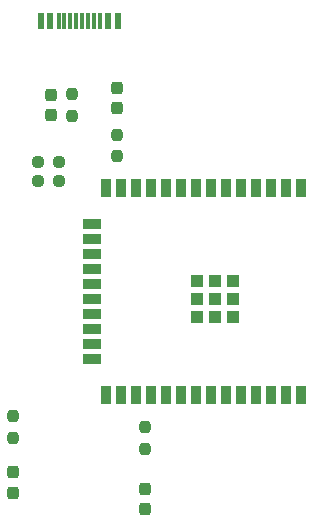
<source format=gbp>
%TF.GenerationSoftware,KiCad,Pcbnew,7.0.6*%
%TF.CreationDate,2024-01-07T21:19:13+01:00*%
%TF.ProjectId,esp-lamp,6573702d-6c61-46d7-902e-6b696361645f,rev?*%
%TF.SameCoordinates,Original*%
%TF.FileFunction,Paste,Bot*%
%TF.FilePolarity,Positive*%
%FSLAX46Y46*%
G04 Gerber Fmt 4.6, Leading zero omitted, Abs format (unit mm)*
G04 Created by KiCad (PCBNEW 7.0.6) date 2024-01-07 21:19:13*
%MOMM*%
%LPD*%
G01*
G04 APERTURE LIST*
G04 Aperture macros list*
%AMRoundRect*
0 Rectangle with rounded corners*
0 $1 Rounding radius*
0 $2 $3 $4 $5 $6 $7 $8 $9 X,Y pos of 4 corners*
0 Add a 4 corners polygon primitive as box body*
4,1,4,$2,$3,$4,$5,$6,$7,$8,$9,$2,$3,0*
0 Add four circle primitives for the rounded corners*
1,1,$1+$1,$2,$3*
1,1,$1+$1,$4,$5*
1,1,$1+$1,$6,$7*
1,1,$1+$1,$8,$9*
0 Add four rect primitives between the rounded corners*
20,1,$1+$1,$2,$3,$4,$5,0*
20,1,$1+$1,$4,$5,$6,$7,0*
20,1,$1+$1,$6,$7,$8,$9,0*
20,1,$1+$1,$8,$9,$2,$3,0*%
G04 Aperture macros list end*
%ADD10RoundRect,0.237500X-0.250000X-0.237500X0.250000X-0.237500X0.250000X0.237500X-0.250000X0.237500X0*%
%ADD11RoundRect,0.237500X0.237500X-0.250000X0.237500X0.250000X-0.237500X0.250000X-0.237500X-0.250000X0*%
%ADD12RoundRect,0.237500X-0.237500X0.250000X-0.237500X-0.250000X0.237500X-0.250000X0.237500X0.250000X0*%
%ADD13RoundRect,0.237500X-0.237500X0.300000X-0.237500X-0.300000X0.237500X-0.300000X0.237500X0.300000X0*%
%ADD14R,0.900000X1.500000*%
%ADD15R,1.500000X0.900000*%
%ADD16R,1.050000X1.050000*%
%ADD17R,0.600000X1.450000*%
%ADD18R,0.300000X1.450000*%
G04 APERTURE END LIST*
D10*
%TO.C,R2*%
X130487500Y-89000000D03*
X132312500Y-89000000D03*
%TD*%
%TO.C,R1*%
X130487500Y-90600000D03*
X132312500Y-90600000D03*
%TD*%
D11*
%TO.C,R11*%
X137200000Y-88512500D03*
X137200000Y-86687500D03*
%TD*%
D12*
%TO.C,R12*%
X128400000Y-110537500D03*
X128400000Y-112362500D03*
%TD*%
D13*
%TO.C,C6*%
X131600000Y-83337500D03*
X131600000Y-85062500D03*
%TD*%
%TO.C,C8*%
X128400000Y-115275000D03*
X128400000Y-117000000D03*
%TD*%
D12*
%TO.C,R13*%
X139600000Y-111487500D03*
X139600000Y-113312500D03*
%TD*%
D13*
%TO.C,C7*%
X137200000Y-82737500D03*
X137200000Y-84462500D03*
%TD*%
D14*
%TO.C,U2*%
X152815000Y-108720000D03*
X151545000Y-108720000D03*
X150275000Y-108720000D03*
X149005000Y-108720000D03*
X147735000Y-108720000D03*
X146465000Y-108720000D03*
X145195000Y-108720000D03*
X143925000Y-108720000D03*
X142655000Y-108720000D03*
X141385000Y-108720000D03*
X140115000Y-108720000D03*
X138845000Y-108720000D03*
X137575000Y-108720000D03*
X136305000Y-108720000D03*
D15*
X135055000Y-105680000D03*
X135055000Y-104410000D03*
X135055000Y-103140000D03*
X135055000Y-101870000D03*
X135055000Y-100600000D03*
X135055000Y-99330000D03*
X135055000Y-98060000D03*
X135055000Y-96790000D03*
X135055000Y-95520000D03*
X135055000Y-94250000D03*
D14*
X136305000Y-91220000D03*
X137575000Y-91220000D03*
X138845000Y-91220000D03*
X140115000Y-91220000D03*
X141385000Y-91220000D03*
X142655000Y-91220000D03*
X143925000Y-91220000D03*
X145195000Y-91220000D03*
X146465000Y-91220000D03*
X147735000Y-91220000D03*
X149005000Y-91220000D03*
X150275000Y-91220000D03*
X151545000Y-91220000D03*
X152815000Y-91220000D03*
D16*
X143950000Y-102175000D03*
X145475000Y-102175000D03*
X147000000Y-102175000D03*
X143950000Y-100650000D03*
X145475000Y-100650000D03*
X147000000Y-100650000D03*
X143950000Y-99125000D03*
X145475000Y-99125000D03*
X147000000Y-99125000D03*
%TD*%
D13*
%TO.C,C9*%
X139600000Y-116675000D03*
X139600000Y-118400000D03*
%TD*%
D11*
%TO.C,R7*%
X133400000Y-85112500D03*
X133400000Y-83287500D03*
%TD*%
D17*
%TO.C,J5*%
X130750000Y-77045000D03*
X131550000Y-77045000D03*
D18*
X132750000Y-77045000D03*
X133750000Y-77045000D03*
X134250000Y-77045000D03*
X135250000Y-77045000D03*
D17*
X136450000Y-77045000D03*
X137250000Y-77045000D03*
X137250000Y-77045000D03*
X136450000Y-77045000D03*
D18*
X135750000Y-77045000D03*
X134750000Y-77045000D03*
X133250000Y-77045000D03*
X132250000Y-77045000D03*
D17*
X131550000Y-77045000D03*
X130750000Y-77045000D03*
%TD*%
M02*

</source>
